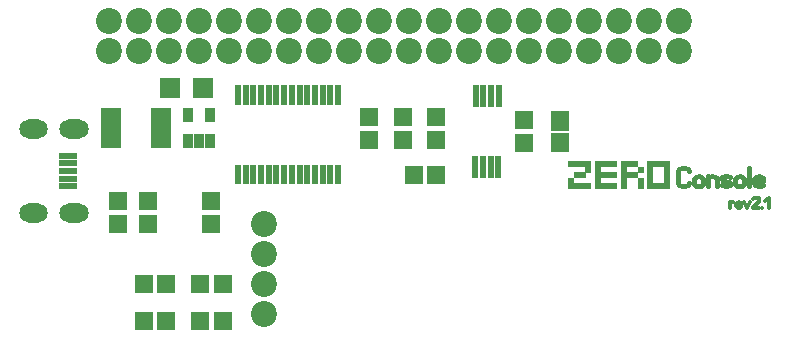
<source format=gbr>
%FSLAX34Y34*%
%MOMM*%
%LNSOLDERMASK_TOP*%
G71*
G01*
%ADD10C, 2.20*%
%ADD11R, 0.62X1.52*%
%ADD12R, 0.85X1.26*%
%ADD13R, 1.70X3.40*%
%ADD14R, 0.62X1.98*%
%ADD15R, 1.50X1.60*%
%ADD16R, 1.60X1.50*%
%ADD17C, 0.40*%
%ADD18R, 0.50X0.50*%
%ADD19C, 0.31*%
%ADD20R, 1.80X1.80*%
%ADD21R, 1.60X1.60*%
%ADD22C, 1.65*%
%ADD23R, 1.60X0.60*%
%LPD*%
X580231Y966788D02*
G54D10*
D03*
X580230Y941384D02*
G54D10*
D03*
X554831Y966788D02*
G54D10*
D03*
X554831Y941388D02*
G54D10*
D03*
X529431Y966788D02*
G54D10*
D03*
X529431Y941388D02*
G54D10*
D03*
X504030Y966784D02*
G54D10*
D03*
X504031Y941388D02*
G54D10*
D03*
X478631Y966788D02*
G54D10*
D03*
X478631Y941388D02*
G54D10*
D03*
X453230Y966784D02*
G54D10*
D03*
X453231Y941388D02*
G54D10*
D03*
X427831Y966788D02*
G54D10*
D03*
X427831Y941388D02*
G54D10*
D03*
X402431Y966788D02*
G54D10*
D03*
X402430Y941384D02*
G54D10*
D03*
X377031Y966788D02*
G54D10*
D03*
X377031Y941388D02*
G54D10*
D03*
X351631Y966788D02*
G54D10*
D03*
X351631Y941388D02*
G54D10*
D03*
X326230Y966784D02*
G54D10*
D03*
X326231Y941388D02*
G54D10*
D03*
X300831Y966788D02*
G54D10*
D03*
X300831Y941388D02*
G54D10*
D03*
X275431Y966788D02*
G54D10*
D03*
X275431Y941388D02*
G54D10*
D03*
X250030Y966784D02*
G54D10*
D03*
X250031Y941388D02*
G54D10*
D03*
X224631Y966788D02*
G54D10*
D03*
X224631Y941388D02*
G54D10*
D03*
X199231Y966788D02*
G54D10*
D03*
X199230Y941384D02*
G54D10*
D03*
X173831Y966788D02*
G54D10*
D03*
X173831Y941388D02*
G54D10*
D03*
X148430Y966784D02*
G54D10*
D03*
X123031Y966788D02*
G54D10*
D03*
X97631Y966788D02*
G54D10*
D03*
X148431Y941388D02*
G54D10*
D03*
X123031Y941388D02*
G54D10*
D03*
X97631Y941388D02*
G54D10*
D03*
X291272Y835606D02*
G54D11*
D03*
X284772Y835606D02*
G54D11*
D03*
X278272Y835606D02*
G54D11*
D03*
X271772Y835606D02*
G54D11*
D03*
X265272Y835606D02*
G54D11*
D03*
X258772Y835606D02*
G54D11*
D03*
X252272Y835606D02*
G54D11*
D03*
X245772Y835606D02*
G54D11*
D03*
X239272Y835606D02*
G54D11*
D03*
X232772Y835606D02*
G54D11*
D03*
X226272Y835606D02*
G54D11*
D03*
X219772Y835606D02*
G54D11*
D03*
X213272Y835606D02*
G54D11*
D03*
X206772Y835606D02*
G54D11*
D03*
X291272Y904478D02*
G54D11*
D03*
X284772Y904478D02*
G54D11*
D03*
X278272Y904478D02*
G54D11*
D03*
X271772Y904478D02*
G54D11*
D03*
X265272Y904478D02*
G54D11*
D03*
X258772Y904478D02*
G54D11*
D03*
X252272Y904478D02*
G54D11*
D03*
X245772Y904478D02*
G54D11*
D03*
X239272Y904478D02*
G54D11*
D03*
X232772Y904478D02*
G54D11*
D03*
X226272Y904478D02*
G54D11*
D03*
X219772Y904478D02*
G54D11*
D03*
X213272Y904478D02*
G54D11*
D03*
X206772Y904478D02*
G54D11*
D03*
X291272Y903684D02*
G54D11*
D03*
X284772Y903684D02*
G54D11*
D03*
X278272Y903684D02*
G54D11*
D03*
X271772Y903684D02*
G54D11*
D03*
X265272Y903684D02*
G54D11*
D03*
X258772Y903684D02*
G54D11*
D03*
X252272Y903684D02*
G54D11*
D03*
X245772Y903684D02*
G54D11*
D03*
X239272Y903684D02*
G54D11*
D03*
X232772Y903684D02*
G54D11*
D03*
X226272Y903684D02*
G54D11*
D03*
X219772Y903684D02*
G54D11*
D03*
X213272Y903684D02*
G54D11*
D03*
X206772Y903684D02*
G54D11*
D03*
X291272Y836400D02*
G54D11*
D03*
X284772Y836400D02*
G54D11*
D03*
X278272Y836400D02*
G54D11*
D03*
X271772Y836400D02*
G54D11*
D03*
X265272Y836400D02*
G54D11*
D03*
X258772Y836400D02*
G54D11*
D03*
X252272Y836400D02*
G54D11*
D03*
X245772Y836400D02*
G54D11*
D03*
X239272Y836400D02*
G54D11*
D03*
X232772Y836400D02*
G54D11*
D03*
X226272Y836400D02*
G54D11*
D03*
X219772Y836400D02*
G54D11*
D03*
X213272Y836400D02*
G54D11*
D03*
X206772Y836400D02*
G54D11*
D03*
X291272Y836797D02*
G54D11*
D03*
X284772Y836797D02*
G54D11*
D03*
X278272Y836797D02*
G54D11*
D03*
X271772Y836797D02*
G54D11*
D03*
X265272Y836797D02*
G54D11*
D03*
X258772Y836797D02*
G54D11*
D03*
X252272Y836797D02*
G54D11*
D03*
X245772Y836797D02*
G54D11*
D03*
X239272Y836797D02*
G54D11*
D03*
X232772Y836797D02*
G54D11*
D03*
X226272Y836797D02*
G54D11*
D03*
X219772Y836797D02*
G54D11*
D03*
X213272Y836797D02*
G54D11*
D03*
X206772Y836797D02*
G54D11*
D03*
X291272Y903287D02*
G54D11*
D03*
X284772Y903288D02*
G54D11*
D03*
X278272Y903288D02*
G54D11*
D03*
X271772Y903288D02*
G54D11*
D03*
X265272Y903288D02*
G54D11*
D03*
X258772Y903288D02*
G54D11*
D03*
X252272Y903288D02*
G54D11*
D03*
X245772Y903287D02*
G54D11*
D03*
X239272Y903288D02*
G54D11*
D03*
X232772Y903288D02*
G54D11*
D03*
X226272Y903288D02*
G54D11*
D03*
X219772Y903288D02*
G54D11*
D03*
X213272Y903288D02*
G54D11*
D03*
X206772Y903288D02*
G54D11*
D03*
X164306Y886420D02*
G54D12*
D03*
X183356Y886420D02*
G54D12*
D03*
X164306Y864394D02*
G54D12*
D03*
X173831Y864394D02*
G54D12*
D03*
X183356Y864394D02*
G54D12*
D03*
X141288Y875506D02*
G54D13*
D03*
X99219Y875506D02*
G54D13*
D03*
X407988Y902494D02*
G54D14*
D03*
X414487Y902494D02*
G54D14*
D03*
X407591Y843147D02*
G54D14*
D03*
X414091Y843147D02*
G54D14*
D03*
X420591Y843147D02*
G54D14*
D03*
X427091Y843147D02*
G54D14*
D03*
X420988Y902494D02*
G54D14*
D03*
X427488Y902494D02*
G54D14*
D03*
X193675Y743744D02*
G54D15*
D03*
X174675Y743744D02*
G54D15*
D03*
X193675Y711994D02*
G54D15*
D03*
X174675Y711994D02*
G54D15*
D03*
X146050Y711994D02*
G54D15*
D03*
X127050Y711994D02*
G54D15*
D03*
X146050Y743744D02*
G54D15*
D03*
X127050Y743744D02*
G54D15*
D03*
X317475Y885006D02*
G54D16*
D03*
X317475Y866006D02*
G54D16*
D03*
X346050Y885006D02*
G54D16*
D03*
X346050Y866006D02*
G54D16*
D03*
X374625Y885006D02*
G54D16*
D03*
X374625Y866006D02*
G54D16*
D03*
X449238Y882229D02*
G54D16*
D03*
X449238Y863229D02*
G54D16*
D03*
X228600Y794544D02*
G54D10*
D03*
X228600Y769144D02*
G54D10*
D03*
X228600Y743744D02*
G54D10*
D03*
X228600Y718344D02*
G54D10*
D03*
X184175Y794569D02*
G54D16*
D03*
X184175Y813569D02*
G54D16*
D03*
X130200Y794569D02*
G54D16*
D03*
X130200Y813569D02*
G54D16*
D03*
X104800Y794569D02*
G54D16*
D03*
X104800Y813569D02*
G54D16*
D03*
G54D17*
X588641Y829294D02*
X587441Y827294D01*
X585041Y826294D01*
X582641Y826294D01*
X580241Y827294D01*
X579041Y829294D01*
X579041Y839294D01*
X580241Y841294D01*
X582641Y842294D01*
X585041Y842294D01*
X587441Y841294D01*
X588641Y839294D01*
G54D17*
X600241Y828694D02*
X600241Y832694D01*
X599041Y834694D01*
X596641Y835294D01*
X594241Y834694D01*
X593041Y832694D01*
X593041Y828694D01*
X594241Y826694D01*
X596641Y826294D01*
X599041Y826694D01*
X600241Y828694D01*
G54D17*
X604641Y826294D02*
X604641Y835294D01*
G54D17*
X604641Y833294D02*
X605841Y834694D01*
X608241Y835294D01*
X610641Y834694D01*
X611841Y833294D01*
X611841Y826294D01*
G54D17*
X616241Y827294D02*
X618641Y826294D01*
X621041Y826294D01*
X623441Y827294D01*
X623441Y829294D01*
X622241Y830294D01*
X617441Y831294D01*
X616241Y832294D01*
X616241Y834294D01*
X618641Y835294D01*
X621041Y835294D01*
X623441Y834294D01*
G54D17*
X635041Y828694D02*
X635041Y832694D01*
X633841Y834694D01*
X631441Y835294D01*
X629041Y834694D01*
X627841Y832694D01*
X627841Y828694D01*
X629041Y826694D01*
X631441Y826294D01*
X633841Y826694D01*
X635041Y828694D01*
G54D17*
X639441Y826294D02*
X639441Y842294D01*
G54D17*
X651041Y827294D02*
X649121Y826294D01*
X646721Y826294D01*
X644321Y827294D01*
X643841Y829294D01*
X643841Y832694D01*
X645041Y834694D01*
X647441Y835294D01*
X649841Y834694D01*
X651041Y833294D01*
X651041Y831294D01*
X643841Y831294D01*
X488950Y845344D02*
G54D18*
D03*
X498475Y845344D02*
G54D18*
D03*
X503238Y845344D02*
G54D18*
D03*
X503238Y840581D02*
G54D18*
D03*
X498475Y835819D02*
G54D18*
D03*
X488950Y831056D02*
G54D18*
D03*
X488950Y826294D02*
G54D18*
D03*
X498475Y826294D02*
G54D18*
D03*
X503238Y826294D02*
G54D18*
D03*
X511175Y826294D02*
G54D18*
D03*
X511175Y831056D02*
G54D18*
D03*
X511175Y835819D02*
G54D18*
D03*
X511175Y840581D02*
G54D18*
D03*
X511175Y845344D02*
G54D18*
D03*
X515938Y845344D02*
G54D18*
D03*
X520700Y845344D02*
G54D18*
D03*
X515938Y835819D02*
G54D18*
D03*
X520700Y835819D02*
G54D18*
D03*
X515938Y826294D02*
G54D18*
D03*
X520700Y826294D02*
G54D18*
D03*
X533400Y845344D02*
G54D18*
D03*
X533400Y840581D02*
G54D18*
D03*
X533400Y835819D02*
G54D18*
D03*
X533400Y831056D02*
G54D18*
D03*
X533400Y826294D02*
G54D18*
D03*
X538162Y845344D02*
G54D18*
D03*
X538162Y835819D02*
G54D18*
D03*
X547688Y840581D02*
G54D18*
D03*
X547688Y831056D02*
G54D18*
D03*
X547688Y826294D02*
G54D18*
D03*
X555625Y840581D02*
G54D18*
D03*
X555625Y835819D02*
G54D18*
D03*
X555625Y831056D02*
G54D18*
D03*
X560388Y826294D02*
G54D18*
D03*
X565150Y826294D02*
G54D18*
D03*
X569912Y831056D02*
G54D18*
D03*
X569912Y835819D02*
G54D18*
D03*
X569912Y840581D02*
G54D18*
D03*
X560388Y845344D02*
G54D18*
D03*
X565150Y845344D02*
G54D18*
D03*
G54D19*
X623491Y808038D02*
X623491Y813038D01*
G54D19*
X623491Y811926D02*
X624824Y813038D01*
X626157Y813038D01*
G54D19*
X632602Y808593D02*
X631535Y808038D01*
X630202Y808038D01*
X628868Y808593D01*
X628602Y809704D01*
X628602Y811593D01*
X629268Y812704D01*
X630602Y813038D01*
X631935Y812704D01*
X632602Y811926D01*
X632602Y810815D01*
X628602Y810815D01*
G54D19*
X635046Y813038D02*
X637712Y808038D01*
X640379Y813038D01*
G54D19*
X648156Y808038D02*
X642823Y808038D01*
X642823Y808593D01*
X643489Y809704D01*
X647489Y813038D01*
X648156Y814149D01*
X648156Y815260D01*
X647489Y816371D01*
X646156Y816926D01*
X644823Y816926D01*
X643489Y816371D01*
X642823Y815260D01*
G54D19*
X650600Y808038D02*
X650600Y808038D01*
G54D19*
X653044Y813593D02*
X656377Y816926D01*
X656377Y808038D01*
X149225Y909638D02*
G54D20*
D03*
X177225Y909638D02*
G54D20*
D03*
X555625Y845344D02*
G54D18*
D03*
X569912Y845344D02*
G54D18*
D03*
X569912Y826294D02*
G54D18*
D03*
X555625Y826294D02*
G54D18*
D03*
X493712Y845344D02*
G54D18*
D03*
X493712Y835819D02*
G54D18*
D03*
X493712Y826294D02*
G54D18*
D03*
X525462Y845344D02*
G54D18*
D03*
X525462Y835819D02*
G54D18*
D03*
X525462Y826294D02*
G54D18*
D03*
X542925Y845344D02*
G54D18*
D03*
X542925Y835819D02*
G54D18*
D03*
X355600Y835819D02*
G54D15*
D03*
X374600Y835819D02*
G54D15*
D03*
X479401Y882229D02*
G54D16*
D03*
X479401Y863229D02*
G54D16*
D03*
X479425Y880666D02*
G54D21*
D03*
X479425Y863997D02*
G54D21*
D03*
X29369Y875109D02*
G54D22*
D03*
X37306Y875109D02*
G54D22*
D03*
X37306Y803672D02*
G54D22*
D03*
X29369Y803672D02*
G54D22*
D03*
X71834Y875109D02*
G54D22*
D03*
X63897Y875109D02*
G54D22*
D03*
X71834Y803672D02*
G54D22*
D03*
X63897Y803672D02*
G54D22*
D03*
X67866Y875109D02*
G54D22*
D03*
X67866Y803672D02*
G54D22*
D03*
X33338Y803672D02*
G54D22*
D03*
X33338Y875109D02*
G54D22*
D03*
X63112Y839390D02*
G54D23*
D03*
X63112Y832890D02*
G54D23*
D03*
X63112Y826390D02*
G54D23*
D03*
X63112Y845890D02*
G54D23*
D03*
X63112Y852390D02*
G54D23*
D03*
X71636Y875109D02*
G54D22*
D03*
X71438Y875109D02*
G54D22*
D03*
X71239Y875109D02*
G54D22*
D03*
X71041Y875109D02*
G54D22*
D03*
X70842Y875109D02*
G54D22*
D03*
X70644Y875109D02*
G54D22*
D03*
X70445Y875109D02*
G54D22*
D03*
X70247Y875109D02*
G54D22*
D03*
X70048Y875109D02*
G54D22*
D03*
X69850Y875109D02*
G54D22*
D03*
X69652Y875109D02*
G54D22*
D03*
X69453Y875109D02*
G54D22*
D03*
X69255Y875109D02*
G54D22*
D03*
X69056Y875109D02*
G54D22*
D03*
X68858Y875109D02*
G54D22*
D03*
X68659Y875109D02*
G54D22*
D03*
X68461Y875109D02*
G54D22*
D03*
X68262Y875109D02*
G54D22*
D03*
X68064Y875109D02*
G54D22*
D03*
X67667Y875109D02*
G54D22*
D03*
X67469Y875109D02*
G54D22*
D03*
X67270Y875109D02*
G54D22*
D03*
X67072Y875109D02*
G54D22*
D03*
X66873Y875109D02*
G54D22*
D03*
X66675Y875109D02*
G54D22*
D03*
X66477Y875109D02*
G54D22*
D03*
X66278Y875109D02*
G54D22*
D03*
X66080Y875109D02*
G54D22*
D03*
X65881Y875109D02*
G54D22*
D03*
X65683Y875109D02*
G54D22*
D03*
X65484Y875109D02*
G54D22*
D03*
X64095Y875109D02*
G54D22*
D03*
X64294Y875109D02*
G54D22*
D03*
X64492Y875109D02*
G54D22*
D03*
X64691Y875109D02*
G54D22*
D03*
X64889Y875109D02*
G54D22*
D03*
X65088Y875109D02*
G54D22*
D03*
X71636Y803672D02*
G54D22*
D03*
X71438Y803672D02*
G54D22*
D03*
X71239Y803672D02*
G54D22*
D03*
X71041Y803672D02*
G54D22*
D03*
X70842Y803672D02*
G54D22*
D03*
X70644Y803672D02*
G54D22*
D03*
X70445Y803672D02*
G54D22*
D03*
X70247Y803672D02*
G54D22*
D03*
X70048Y803672D02*
G54D22*
D03*
X69850Y803672D02*
G54D22*
D03*
X69652Y803672D02*
G54D22*
D03*
X69453Y803672D02*
G54D22*
D03*
X69255Y803672D02*
G54D22*
D03*
X69056Y803672D02*
G54D22*
D03*
X68858Y803672D02*
G54D22*
D03*
X68659Y803672D02*
G54D22*
D03*
X68461Y803672D02*
G54D22*
D03*
X68262Y803672D02*
G54D22*
D03*
X64095Y803672D02*
G54D22*
D03*
X64294Y803672D02*
G54D22*
D03*
X64492Y803672D02*
G54D22*
D03*
X64691Y803672D02*
G54D22*
D03*
X64889Y803672D02*
G54D22*
D03*
X65088Y803672D02*
G54D22*
D03*
X65286Y803672D02*
G54D22*
D03*
X65484Y803672D02*
G54D22*
D03*
X65683Y803672D02*
G54D22*
D03*
X65881Y803672D02*
G54D22*
D03*
X66080Y803672D02*
G54D22*
D03*
X66278Y803672D02*
G54D22*
D03*
X66477Y803672D02*
G54D22*
D03*
X66675Y803672D02*
G54D22*
D03*
X66873Y803672D02*
G54D22*
D03*
X66873Y803672D02*
G54D22*
D03*
X67072Y803672D02*
G54D22*
D03*
X67270Y803672D02*
G54D22*
D03*
X67469Y803672D02*
G54D22*
D03*
X37306Y875109D02*
G54D22*
D03*
X29369Y875109D02*
G54D22*
D03*
X33338Y875109D02*
G54D22*
D03*
X37108Y875109D02*
G54D22*
D03*
X36909Y875109D02*
G54D22*
D03*
X36711Y875109D02*
G54D22*
D03*
X36512Y875109D02*
G54D22*
D03*
X36314Y875109D02*
G54D22*
D03*
X36116Y875109D02*
G54D22*
D03*
X35917Y875109D02*
G54D22*
D03*
X35719Y875109D02*
G54D22*
D03*
X35520Y875109D02*
G54D22*
D03*
X35322Y875109D02*
G54D22*
D03*
X35123Y875109D02*
G54D22*
D03*
X34925Y875109D02*
G54D22*
D03*
X34727Y875109D02*
G54D22*
D03*
X34528Y875109D02*
G54D22*
D03*
X34330Y875109D02*
G54D22*
D03*
X34131Y875109D02*
G54D22*
D03*
X33933Y875109D02*
G54D22*
D03*
X33734Y875109D02*
G54D22*
D03*
X33536Y875109D02*
G54D22*
D03*
X33139Y875109D02*
G54D22*
D03*
X32941Y875109D02*
G54D22*
D03*
X32742Y875109D02*
G54D22*
D03*
X32544Y875109D02*
G54D22*
D03*
X32345Y875109D02*
G54D22*
D03*
X32147Y875109D02*
G54D22*
D03*
X31948Y875109D02*
G54D22*
D03*
X31750Y875109D02*
G54D22*
D03*
X31552Y875109D02*
G54D22*
D03*
X31353Y875109D02*
G54D22*
D03*
X31155Y875109D02*
G54D22*
D03*
X30956Y875109D02*
G54D22*
D03*
X29567Y875109D02*
G54D22*
D03*
X29766Y875109D02*
G54D22*
D03*
X29964Y875109D02*
G54D22*
D03*
X30162Y875109D02*
G54D22*
D03*
X30361Y875109D02*
G54D22*
D03*
X30559Y875109D02*
G54D22*
D03*
X37306Y803672D02*
G54D22*
D03*
X29369Y803672D02*
G54D22*
D03*
X33338Y803672D02*
G54D22*
D03*
X37108Y803672D02*
G54D22*
D03*
X36909Y803672D02*
G54D22*
D03*
X36711Y803672D02*
G54D22*
D03*
X36512Y803672D02*
G54D22*
D03*
X36314Y803672D02*
G54D22*
D03*
X36116Y803672D02*
G54D22*
D03*
X35917Y803672D02*
G54D22*
D03*
X35719Y803672D02*
G54D22*
D03*
X35520Y803672D02*
G54D22*
D03*
X35322Y803672D02*
G54D22*
D03*
X35123Y803672D02*
G54D22*
D03*
X34925Y803672D02*
G54D22*
D03*
X34727Y803672D02*
G54D22*
D03*
X34528Y803672D02*
G54D22*
D03*
X34330Y803672D02*
G54D22*
D03*
X34131Y803672D02*
G54D22*
D03*
X33933Y803672D02*
G54D22*
D03*
X33734Y803672D02*
G54D22*
D03*
X29567Y803672D02*
G54D22*
D03*
X29766Y803672D02*
G54D22*
D03*
X29964Y803672D02*
G54D22*
D03*
X30162Y803672D02*
G54D22*
D03*
X30361Y803672D02*
G54D22*
D03*
X30559Y803672D02*
G54D22*
D03*
X30758Y803672D02*
G54D22*
D03*
X30956Y803672D02*
G54D22*
D03*
X31155Y803672D02*
G54D22*
D03*
X31353Y803672D02*
G54D22*
D03*
X31552Y803672D02*
G54D22*
D03*
X31750Y803672D02*
G54D22*
D03*
X31948Y803672D02*
G54D22*
D03*
X32147Y803672D02*
G54D22*
D03*
X32345Y803672D02*
G54D22*
D03*
X32345Y803672D02*
G54D22*
D03*
X32544Y803672D02*
G54D22*
D03*
X32742Y803672D02*
G54D22*
D03*
X32941Y803672D02*
G54D22*
D03*
X30162Y875109D02*
G54D22*
D03*
X30956Y875109D02*
G54D22*
D03*
X31750Y875109D02*
G54D22*
D03*
X32544Y875109D02*
G54D22*
D03*
X33338Y875109D02*
G54D22*
D03*
X34131Y875109D02*
G54D22*
D03*
X34925Y875109D02*
G54D22*
D03*
X35719Y875109D02*
G54D22*
D03*
X36512Y875109D02*
G54D22*
D03*
X64691Y875109D02*
G54D22*
D03*
X65484Y875109D02*
G54D22*
D03*
X66278Y875109D02*
G54D22*
D03*
X67072Y875109D02*
G54D22*
D03*
X67866Y875109D02*
G54D22*
D03*
X68659Y875109D02*
G54D22*
D03*
X69453Y875109D02*
G54D22*
D03*
X70247Y875109D02*
G54D22*
D03*
X71041Y875109D02*
G54D22*
D03*
X71834Y875109D02*
G54D22*
D03*
X37306Y875109D02*
G54D22*
D03*
X29369Y803672D02*
G54D22*
D03*
X30162Y803672D02*
G54D22*
D03*
X30956Y803672D02*
G54D22*
D03*
X31750Y803672D02*
G54D22*
D03*
X32544Y803672D02*
G54D22*
D03*
X33338Y803672D02*
G54D22*
D03*
X34131Y803672D02*
G54D22*
D03*
X34925Y803672D02*
G54D22*
D03*
X35719Y803672D02*
G54D22*
D03*
X36512Y803672D02*
G54D22*
D03*
X37306Y803672D02*
G54D22*
D03*
X63897Y803672D02*
G54D22*
D03*
X64691Y803672D02*
G54D22*
D03*
X65484Y803672D02*
G54D22*
D03*
X66278Y803672D02*
G54D22*
D03*
X67072Y803672D02*
G54D22*
D03*
X67866Y803672D02*
G54D22*
D03*
X68659Y803672D02*
G54D22*
D03*
X69453Y803672D02*
G54D22*
D03*
X70247Y803672D02*
G54D22*
D03*
X71041Y803672D02*
G54D22*
D03*
X71834Y803672D02*
G54D22*
D03*
X29369Y875109D02*
G54D22*
D03*
X37306Y875109D02*
G54D22*
D03*
X63897Y875109D02*
G54D22*
D03*
M02*

</source>
